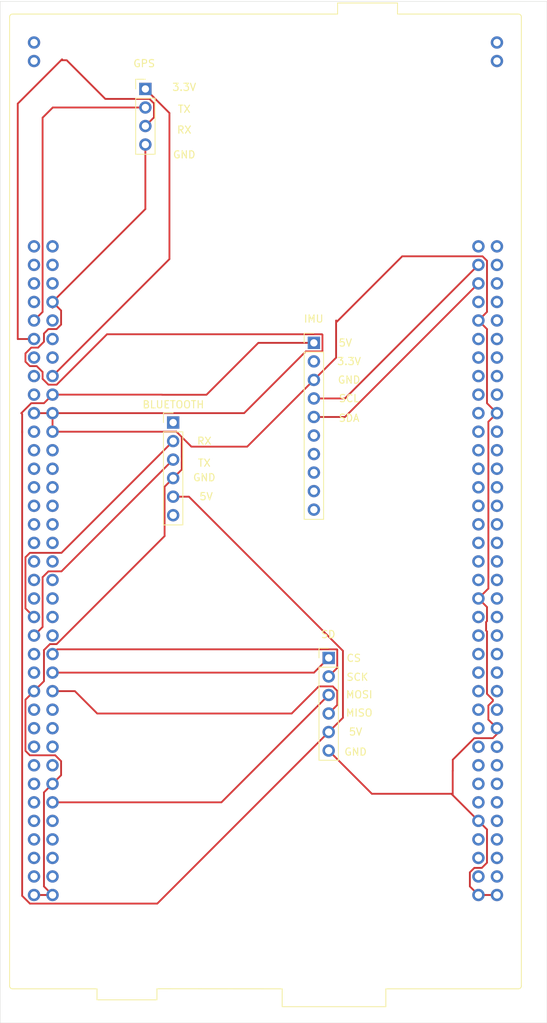
<source format=kicad_pcb>
(kicad_pcb (version 20171130) (host pcbnew 5.1.10-88a1d61d58~90~ubuntu20.04.1)

  (general
    (thickness 1.6)
    (drawings 25)
    (tracks 168)
    (zones 0)
    (modules 5)
    (nets 139)
  )

  (page A4)
  (layers
    (0 F.Cu signal)
    (31 B.Cu signal)
    (32 B.Adhes user)
    (33 F.Adhes user)
    (34 B.Paste user)
    (35 F.Paste user)
    (36 B.SilkS user)
    (37 F.SilkS user)
    (38 B.Mask user)
    (39 F.Mask user)
    (40 Dwgs.User user)
    (41 Cmts.User user)
    (42 Eco1.User user)
    (43 Eco2.User user)
    (44 Edge.Cuts user)
    (45 Margin user)
    (46 B.CrtYd user)
    (47 F.CrtYd user)
    (48 B.Fab user)
    (49 F.Fab user hide)
  )

  (setup
    (last_trace_width 0.25)
    (trace_clearance 0.2)
    (zone_clearance 0.508)
    (zone_45_only no)
    (trace_min 0.2)
    (via_size 0.8)
    (via_drill 0.4)
    (via_min_size 0.4)
    (via_min_drill 0.3)
    (uvia_size 0.3)
    (uvia_drill 0.1)
    (uvias_allowed no)
    (uvia_min_size 0.2)
    (uvia_min_drill 0.1)
    (edge_width 0.05)
    (segment_width 0.2)
    (pcb_text_width 0.3)
    (pcb_text_size 1.5 1.5)
    (mod_edge_width 0.12)
    (mod_text_size 1 1)
    (mod_text_width 0.15)
    (pad_size 1.524 1.524)
    (pad_drill 0.762)
    (pad_to_mask_clearance 0)
    (aux_axis_origin 0 0)
    (visible_elements FFFFFF7F)
    (pcbplotparams
      (layerselection 0x010fc_ffffffff)
      (usegerberextensions false)
      (usegerberattributes true)
      (usegerberadvancedattributes true)
      (creategerberjobfile true)
      (excludeedgelayer true)
      (linewidth 0.100000)
      (plotframeref false)
      (viasonmask false)
      (mode 1)
      (useauxorigin false)
      (hpglpennumber 1)
      (hpglpenspeed 20)
      (hpglpendiameter 15.000000)
      (psnegative false)
      (psa4output false)
      (plotreference true)
      (plotvalue true)
      (plotinvisibletext false)
      (padsonsilk false)
      (subtractmaskfromsilk false)
      (outputformat 1)
      (mirror false)
      (drillshape 0)
      (scaleselection 1)
      (outputdirectory "assembly/"))
  )

  (net 0 "")
  (net 1 +5V)
  (net 2 GND)
  (net 3 GY80_I2C_SCL)
  (net 4 GY80_I2C_SDA)
  (net 5 "Net-(J1-Pad6)")
  (net 6 "Net-(J1-Pad7)")
  (net 7 "Net-(J1-Pad8)")
  (net 8 "Net-(J1-Pad9)")
  (net 9 "Net-(J1-Pad10)")
  (net 10 +3V3)
  (net 11 GPS_UART_TX)
  (net 12 GPS_UART_RX)
  (net 13 "Net-(J3-Pad1)")
  (net 14 HC05_UART_RX)
  (net 15 HC05_UART_TX)
  (net 16 "Net-(J3-Pad6)")
  (net 17 SD_SPI_MISO)
  (net 18 SD_SPI_MOSI)
  (net 19 SD_SPI_SCK)
  (net 20 SD_SPI_CS)
  (net 21 "Net-(U1-Pad142)")
  (net 22 "Net-(U1-Pad141)")
  (net 23 "Net-(U1-Pad140)")
  (net 24 "Net-(U1-Pad139)")
  (net 25 "Net-(U1-Pad138)")
  (net 26 "Net-(U1-Pad137)")
  (net 27 "Net-(U1-Pad136)")
  (net 28 "Net-(U1-Pad134)")
  (net 29 "Net-(U1-Pad133)")
  (net 30 "Net-(U1-Pad132)")
  (net 31 "Net-(U1-Pad131)")
  (net 32 "Net-(U1-Pad130)")
  (net 33 "Net-(U1-Pad129)")
  (net 34 "Net-(U1-Pad128)")
  (net 35 "Net-(U1-Pad127)")
  (net 36 "Net-(U1-Pad125)")
  (net 37 "Net-(U1-Pad124)")
  (net 38 "Net-(U1-Pad123)")
  (net 39 "Net-(U1-Pad122)")
  (net 40 "Net-(U1-Pad121)")
  (net 41 "Net-(U1-Pad120)")
  (net 42 "Net-(U1-Pad119)")
  (net 43 "Net-(U1-Pad118)")
  (net 44 "Net-(U1-Pad117)")
  (net 45 "Net-(U1-Pad116)")
  (net 46 "Net-(U1-Pad115)")
  (net 47 "Net-(U1-Pad114)")
  (net 48 "Net-(U1-Pad113)")
  (net 49 "Net-(U1-Pad112)")
  (net 50 "Net-(U1-Pad110)")
  (net 51 "Net-(U1-Pad109)")
  (net 52 "Net-(U1-Pad108)")
  (net 53 "Net-(U1-Pad107)")
  (net 54 "Net-(U1-Pad106)")
  (net 55 "Net-(U1-Pad105)")
  (net 56 "Net-(U1-Pad104)")
  (net 57 "Net-(U1-Pad103)")
  (net 58 "Net-(U1-Pad102)")
  (net 59 "Net-(U1-Pad101)")
  (net 60 "Net-(U1-Pad100)")
  (net 61 "Net-(U1-Pad99)")
  (net 62 "Net-(U1-Pad98)")
  (net 63 "Net-(U1-Pad97)")
  (net 64 "Net-(U1-Pad96)")
  (net 65 "Net-(U1-Pad95)")
  (net 66 "Net-(U1-Pad94)")
  (net 67 "Net-(U1-Pad93)")
  (net 68 "Net-(U1-Pad91)")
  (net 69 "Net-(U1-Pad90)")
  (net 70 "Net-(U1-Pad89)")
  (net 71 "Net-(U1-Pad88)")
  (net 72 "Net-(U1-Pad87)")
  (net 73 "Net-(U1-Pad86)")
  (net 74 "Net-(U1-Pad85)")
  (net 75 "Net-(U1-Pad84)")
  (net 76 "Net-(U1-Pad83)")
  (net 77 "Net-(U1-Pad82)")
  (net 78 "Net-(U1-Pad80)")
  (net 79 "Net-(U1-Pad79)")
  (net 80 "Net-(U1-Pad78)")
  (net 81 "Net-(U1-Pad76)")
  (net 82 "Net-(U1-Pad74)")
  (net 83 "Net-(U1-Pad73)")
  (net 84 "Net-(U1-Pad70)")
  (net 85 "Net-(U1-Pad69)")
  (net 86 "Net-(U1-Pad68)")
  (net 87 "Net-(U1-Pad67)")
  (net 88 "Net-(U1-Pad66)")
  (net 89 "Net-(U1-Pad65)")
  (net 90 "Net-(U1-Pad64)")
  (net 91 "Net-(U1-Pad63)")
  (net 92 "Net-(U1-Pad61)")
  (net 93 "Net-(U1-Pad59)")
  (net 94 "Net-(U1-Pad58)")
  (net 95 "Net-(U1-Pad57)")
  (net 96 "Net-(U1-Pad56)")
  (net 97 "Net-(U1-Pad55)")
  (net 98 "Net-(U1-Pad54)")
  (net 99 "Net-(U1-Pad53)")
  (net 100 "Net-(U1-Pad52)")
  (net 101 "Net-(U1-Pad51)")
  (net 102 "Net-(U1-Pad47)")
  (net 103 "Net-(U1-Pad45)")
  (net 104 "Net-(U1-Pad44)")
  (net 105 "Net-(U1-Pad42)")
  (net 106 "Net-(U1-Pad40)")
  (net 107 "Net-(U1-Pad39)")
  (net 108 "Net-(U1-Pad38)")
  (net 109 "Net-(U1-Pad37)")
  (net 110 "Net-(U1-Pad36)")
  (net 111 "Net-(U1-Pad35)")
  (net 112 "Net-(U1-Pad34)")
  (net 113 "Net-(U1-Pad33)")
  (net 114 "Net-(U1-Pad32)")
  (net 115 "Net-(U1-Pad31)")
  (net 116 "Net-(U1-Pad30)")
  (net 117 "Net-(U1-Pad29)")
  (net 118 "Net-(U1-Pad28)")
  (net 119 "Net-(U1-Pad27)")
  (net 120 "Net-(U1-Pad26)")
  (net 121 "Net-(U1-Pad25)")
  (net 122 "Net-(U1-Pad24)")
  (net 123 "Net-(U1-Pad23)")
  (net 124 "Net-(U1-Pad21)")
  (net 125 "Net-(U1-Pad17)")
  (net 126 "Net-(U1-Pad15)")
  (net 127 "Net-(U1-Pad14)")
  (net 128 "Net-(U1-Pad13)")
  (net 129 "Net-(U1-Pad12)")
  (net 130 "Net-(U1-Pad10)")
  (net 131 "Net-(U1-Pad7)")
  (net 132 "Net-(U1-Pad6)")
  (net 133 "Net-(U1-Pad5)")
  (net 134 "Net-(U1-Pad4)")
  (net 135 "Net-(U1-Pad3)")
  (net 136 "Net-(U1-Pad2)")
  (net 137 "Net-(U1-Pad1)")
  (net 138 "Net-(J1-Pad2)")

  (net_class Default "This is the default net class."
    (clearance 0.2)
    (trace_width 0.25)
    (via_dia 0.8)
    (via_drill 0.4)
    (uvia_dia 0.3)
    (uvia_drill 0.1)
    (add_net +3V3)
    (add_net +5V)
    (add_net GND)
    (add_net GPS_UART_RX)
    (add_net GPS_UART_TX)
    (add_net GY80_I2C_SCL)
    (add_net GY80_I2C_SDA)
    (add_net HC05_UART_RX)
    (add_net HC05_UART_TX)
    (add_net "Net-(J1-Pad10)")
    (add_net "Net-(J1-Pad2)")
    (add_net "Net-(J1-Pad6)")
    (add_net "Net-(J1-Pad7)")
    (add_net "Net-(J1-Pad8)")
    (add_net "Net-(J1-Pad9)")
    (add_net "Net-(J3-Pad1)")
    (add_net "Net-(J3-Pad6)")
    (add_net "Net-(U1-Pad1)")
    (add_net "Net-(U1-Pad10)")
    (add_net "Net-(U1-Pad100)")
    (add_net "Net-(U1-Pad101)")
    (add_net "Net-(U1-Pad102)")
    (add_net "Net-(U1-Pad103)")
    (add_net "Net-(U1-Pad104)")
    (add_net "Net-(U1-Pad105)")
    (add_net "Net-(U1-Pad106)")
    (add_net "Net-(U1-Pad107)")
    (add_net "Net-(U1-Pad108)")
    (add_net "Net-(U1-Pad109)")
    (add_net "Net-(U1-Pad110)")
    (add_net "Net-(U1-Pad112)")
    (add_net "Net-(U1-Pad113)")
    (add_net "Net-(U1-Pad114)")
    (add_net "Net-(U1-Pad115)")
    (add_net "Net-(U1-Pad116)")
    (add_net "Net-(U1-Pad117)")
    (add_net "Net-(U1-Pad118)")
    (add_net "Net-(U1-Pad119)")
    (add_net "Net-(U1-Pad12)")
    (add_net "Net-(U1-Pad120)")
    (add_net "Net-(U1-Pad121)")
    (add_net "Net-(U1-Pad122)")
    (add_net "Net-(U1-Pad123)")
    (add_net "Net-(U1-Pad124)")
    (add_net "Net-(U1-Pad125)")
    (add_net "Net-(U1-Pad127)")
    (add_net "Net-(U1-Pad128)")
    (add_net "Net-(U1-Pad129)")
    (add_net "Net-(U1-Pad13)")
    (add_net "Net-(U1-Pad130)")
    (add_net "Net-(U1-Pad131)")
    (add_net "Net-(U1-Pad132)")
    (add_net "Net-(U1-Pad133)")
    (add_net "Net-(U1-Pad134)")
    (add_net "Net-(U1-Pad136)")
    (add_net "Net-(U1-Pad137)")
    (add_net "Net-(U1-Pad138)")
    (add_net "Net-(U1-Pad139)")
    (add_net "Net-(U1-Pad14)")
    (add_net "Net-(U1-Pad140)")
    (add_net "Net-(U1-Pad141)")
    (add_net "Net-(U1-Pad142)")
    (add_net "Net-(U1-Pad15)")
    (add_net "Net-(U1-Pad17)")
    (add_net "Net-(U1-Pad2)")
    (add_net "Net-(U1-Pad21)")
    (add_net "Net-(U1-Pad23)")
    (add_net "Net-(U1-Pad24)")
    (add_net "Net-(U1-Pad25)")
    (add_net "Net-(U1-Pad26)")
    (add_net "Net-(U1-Pad27)")
    (add_net "Net-(U1-Pad28)")
    (add_net "Net-(U1-Pad29)")
    (add_net "Net-(U1-Pad3)")
    (add_net "Net-(U1-Pad30)")
    (add_net "Net-(U1-Pad31)")
    (add_net "Net-(U1-Pad32)")
    (add_net "Net-(U1-Pad33)")
    (add_net "Net-(U1-Pad34)")
    (add_net "Net-(U1-Pad35)")
    (add_net "Net-(U1-Pad36)")
    (add_net "Net-(U1-Pad37)")
    (add_net "Net-(U1-Pad38)")
    (add_net "Net-(U1-Pad39)")
    (add_net "Net-(U1-Pad4)")
    (add_net "Net-(U1-Pad40)")
    (add_net "Net-(U1-Pad42)")
    (add_net "Net-(U1-Pad44)")
    (add_net "Net-(U1-Pad45)")
    (add_net "Net-(U1-Pad47)")
    (add_net "Net-(U1-Pad5)")
    (add_net "Net-(U1-Pad51)")
    (add_net "Net-(U1-Pad52)")
    (add_net "Net-(U1-Pad53)")
    (add_net "Net-(U1-Pad54)")
    (add_net "Net-(U1-Pad55)")
    (add_net "Net-(U1-Pad56)")
    (add_net "Net-(U1-Pad57)")
    (add_net "Net-(U1-Pad58)")
    (add_net "Net-(U1-Pad59)")
    (add_net "Net-(U1-Pad6)")
    (add_net "Net-(U1-Pad61)")
    (add_net "Net-(U1-Pad63)")
    (add_net "Net-(U1-Pad64)")
    (add_net "Net-(U1-Pad65)")
    (add_net "Net-(U1-Pad66)")
    (add_net "Net-(U1-Pad67)")
    (add_net "Net-(U1-Pad68)")
    (add_net "Net-(U1-Pad69)")
    (add_net "Net-(U1-Pad7)")
    (add_net "Net-(U1-Pad70)")
    (add_net "Net-(U1-Pad73)")
    (add_net "Net-(U1-Pad74)")
    (add_net "Net-(U1-Pad76)")
    (add_net "Net-(U1-Pad78)")
    (add_net "Net-(U1-Pad79)")
    (add_net "Net-(U1-Pad80)")
    (add_net "Net-(U1-Pad82)")
    (add_net "Net-(U1-Pad83)")
    (add_net "Net-(U1-Pad84)")
    (add_net "Net-(U1-Pad85)")
    (add_net "Net-(U1-Pad86)")
    (add_net "Net-(U1-Pad87)")
    (add_net "Net-(U1-Pad88)")
    (add_net "Net-(U1-Pad89)")
    (add_net "Net-(U1-Pad90)")
    (add_net "Net-(U1-Pad91)")
    (add_net "Net-(U1-Pad93)")
    (add_net "Net-(U1-Pad94)")
    (add_net "Net-(U1-Pad95)")
    (add_net "Net-(U1-Pad96)")
    (add_net "Net-(U1-Pad97)")
    (add_net "Net-(U1-Pad98)")
    (add_net "Net-(U1-Pad99)")
    (add_net SD_SPI_CS)
    (add_net SD_SPI_MISO)
    (add_net SD_SPI_MOSI)
    (add_net SD_SPI_SCK)
  )

  (module Module:ST_Morpho_Connector_144_STLink_MountingHoles (layer F.Cu) (tedit 58EF3EDE) (tstamp 61838B64)
    (at 74.641001 68.563001)
    (descr "ST Morpho Connector 144 With STLink")
    (tags "ST Morpho Connector 144 STLink")
    (path /61831E77)
    (fp_text reference U1 (at 31.75 -36.83) (layer F.Fab)
      (effects (font (size 1 1) (thickness 0.15)))
    )
    (fp_text value NUCLEO144-F746ZG (at 33.858999 -30.463001) (layer F.Fab)
      (effects (font (size 1 1) (thickness 0.15)))
    )
    (fp_line (start 41.25 -32.24) (end -3.75 -32.24) (layer F.CrtYd) (width 0.05))
    (fp_line (start 41.25 -32.24) (end 41.25 -33.74) (layer F.CrtYd) (width 0.05))
    (fp_line (start 50.25 -32.24) (end 50.25 -33.74) (layer F.CrtYd) (width 0.05))
    (fp_line (start 41.25 -33.74) (end 50.25 -33.74) (layer F.CrtYd) (width 0.05))
    (fp_line (start 17.25 102.16) (end 33.66 102.16) (layer F.CrtYd) (width 0.05))
    (fp_line (start 8.25 102.16) (end 8.25 103.67) (layer F.CrtYd) (width 0.05))
    (fp_line (start 17.25 102.16) (end 17.25 103.67) (layer F.CrtYd) (width 0.05))
    (fp_line (start 8.25 103.67) (end 17.25 103.67) (layer F.CrtYd) (width 0.05))
    (fp_line (start 41.75 -27.74) (end 41.75 -33.24) (layer F.Fab) (width 0.12))
    (fp_line (start 49.86 -31.84) (end 66.45 -31.84) (layer F.SilkS) (width 0.12))
    (fp_line (start 49.86 -33.35) (end 49.86 -31.84) (layer F.SilkS) (width 0.12))
    (fp_line (start 41.64 -33.35) (end 49.86 -33.35) (layer F.SilkS) (width 0.12))
    (fp_line (start 41.64 -31.84) (end 41.64 -33.35) (layer F.SilkS) (width 0.12))
    (fp_line (start 16.86 103.27) (end 16.86 101.75) (layer F.SilkS) (width 0.12))
    (fp_line (start 8.64 103.27) (end 16.86 103.27) (layer F.SilkS) (width 0.12))
    (fp_line (start 8.64 101.76) (end 8.64 103.27) (layer F.SilkS) (width 0.12))
    (fp_line (start 34.04 101.76) (end 16.86 101.75) (layer F.SilkS) (width 0.12))
    (fp_line (start 8.75 103.16) (end 8.75 97.65) (layer F.Fab) (width 0.12))
    (fp_line (start 8.75 97.66) (end 16.75 97.66) (layer F.Fab) (width 0.12))
    (fp_line (start 8.75 103.16) (end 16.75 103.16) (layer F.Fab) (width 0.12))
    (fp_line (start 16.75 97.66) (end 16.75 103.16) (layer F.Fab) (width 0.12))
    (fp_line (start 49.75 -33.24) (end 49.75 -27.74) (layer F.Fab) (width 0.12))
    (fp_line (start 41.75 -33.24) (end 49.75 -33.24) (layer F.Fab) (width 0.12))
    (fp_line (start 41.75 -27.74) (end 49.75 -27.74) (layer F.Fab) (width 0.12))
    (fp_line (start -3.75 102.16) (end 8.25 102.16) (layer F.CrtYd) (width 0.05))
    (fp_line (start 33.66 104.6) (end 33.66 102.16) (layer F.CrtYd) (width 0.05))
    (fp_line (start 33.66 104.6) (end 48.65 104.6) (layer F.CrtYd) (width 0.05))
    (fp_line (start 48.65 102.16) (end 48.65 104.6) (layer F.CrtYd) (width 0.05))
    (fp_line (start 48.15 104.1) (end 48.15 92.1) (layer F.Fab) (width 0.12))
    (fp_line (start 34.15 104.1) (end 34.15 92.1) (layer F.Fab) (width 0.12))
    (fp_line (start 8.64 101.76) (end -2.95 101.76) (layer F.SilkS) (width 0.12))
    (fp_line (start 34.04 104.21) (end 34.04 101.76) (layer F.SilkS) (width 0.12))
    (fp_line (start 48.26 104.21) (end 34.04 104.21) (layer F.SilkS) (width 0.12))
    (fp_line (start 48.26 101.76) (end 48.26 104.21) (layer F.SilkS) (width 0.12))
    (fp_line (start 34.15 92.1) (end 48.15 92.1) (layer F.Fab) (width 0.12))
    (fp_line (start 34.15 104.1) (end 48.15 104.1) (layer F.Fab) (width 0.12))
    (fp_line (start 67.25 102.16) (end 48.65 102.16) (layer F.CrtYd) (width 0.05))
    (fp_line (start 67.25 102.16) (end 67.25 -32.24) (layer F.CrtYd) (width 0.05))
    (fp_line (start -3.75 -32.24) (end -3.75 102.16) (layer F.CrtYd) (width 0.05))
    (fp_line (start 50.25 -32.24) (end 67.25 -32.24) (layer F.CrtYd) (width 0.05))
    (fp_line (start -3.35 -31.44) (end -3.35 101.36) (layer F.SilkS) (width 0.12))
    (fp_line (start 41.64 -31.84) (end -2.95 -31.84) (layer F.SilkS) (width 0.12))
    (fp_line (start 66.85 101.36) (end 66.85 -31.44) (layer F.SilkS) (width 0.12))
    (fp_line (start 48.26 101.76) (end 66.45 101.76) (layer F.SilkS) (width 0.12))
    (fp_line (start 66.45 -31.74) (end -2.95 -31.74) (layer F.Fab) (width 0.1))
    (fp_line (start 66.75 101.36) (end 66.75 -31.44) (layer F.Fab) (width 0.1))
    (fp_line (start -3.25 101.36) (end -3.25 -31.44) (layer F.Fab) (width 0.1))
    (fp_line (start 66.45 101.66) (end -2.95 101.66) (layer F.Fab) (width 0.1))
    (fp_text user %R (at 31.75 34.96) (layer F.Fab)
      (effects (font (size 1 1) (thickness 0.15)))
    )
    (fp_arc (start 66.45 101.36) (end 66.85 101.36) (angle 90) (layer F.SilkS) (width 0.12))
    (fp_arc (start -2.95 101.36) (end -2.95 101.76) (angle 90) (layer F.SilkS) (width 0.12))
    (fp_arc (start -2.95 -31.44) (end -3.35 -31.44) (angle 90) (layer F.SilkS) (width 0.12))
    (fp_arc (start 66.45 -31.44) (end 66.45 -31.84) (angle 90) (layer F.SilkS) (width 0.12))
    (fp_arc (start 66.45 -31.44) (end 66.45 -31.74) (angle 90) (layer F.Fab) (width 0.1))
    (fp_arc (start -2.95 -31.44) (end -3.25 -31.44) (angle 90) (layer F.Fab) (width 0.1))
    (fp_arc (start 66.45 101.36) (end 66.75 101.36) (angle 90) (layer F.Fab) (width 0.1))
    (fp_arc (start -2.95 101.36) (end -2.95 101.66) (angle 90) (layer F.Fab) (width 0.1))
    (pad "" np_thru_hole circle (at 40.55 48.3) (size 3 3) (drill 3) (layers *.Cu *.Mask))
    (pad "" np_thru_hole circle (at 55.9 -2.5) (size 3 3) (drill 3) (layers *.Cu *.Mask))
    (pad "" np_thru_hole circle (at 7.62 -3.81) (size 3 3) (drill 3) (layers *.Cu *.Mask))
    (pad "" np_thru_hole circle (at 8.89 72.39) (size 3 3) (drill 3) (layers *.Cu *.Mask))
    (pad "" np_thru_hole circle (at 54.6 72.4) (size 3 3) (drill 3) (layers *.Cu *.Mask))
    (pad 148 thru_hole circle (at 63.5 -25.4) (size 1.7 1.7) (drill 1) (layers *.Cu *.Mask))
    (pad 147 thru_hole circle (at 63.5 -27.94) (size 1.7 1.7) (drill 1) (layers *.Cu *.Mask))
    (pad 146 thru_hole circle (at 0 -25.4) (size 1.7 1.7) (drill 1) (layers *.Cu *.Mask))
    (pad 145 thru_hole circle (at 0 -27.94) (size 1.7 1.7) (drill 1) (layers *.Cu *.Mask))
    (pad 144 thru_hole circle (at 63.5 88.9) (size 1.7 1.7) (drill 1) (layers *.Cu *.Mask)
      (net 2 GND))
    (pad 143 thru_hole circle (at 60.96 88.9) (size 1.7 1.7) (drill 1) (layers *.Cu *.Mask)
      (net 2 GND))
    (pad 142 thru_hole circle (at 63.5 86.36) (size 1.7 1.7) (drill 1) (layers *.Cu *.Mask)
      (net 21 "Net-(U1-Pad142)"))
    (pad 141 thru_hole circle (at 60.96 86.36) (size 1.7 1.7) (drill 1) (layers *.Cu *.Mask)
      (net 22 "Net-(U1-Pad141)"))
    (pad 140 thru_hole circle (at 63.5 83.82) (size 1.7 1.7) (drill 1) (layers *.Cu *.Mask)
      (net 23 "Net-(U1-Pad140)"))
    (pad 139 thru_hole circle (at 60.96 83.82) (size 1.7 1.7) (drill 1) (layers *.Cu *.Mask)
      (net 24 "Net-(U1-Pad139)"))
    (pad 138 thru_hole circle (at 63.5 81.28) (size 1.7 1.7) (drill 1) (layers *.Cu *.Mask)
      (net 25 "Net-(U1-Pad138)"))
    (pad 137 thru_hole circle (at 60.96 81.28) (size 1.7 1.7) (drill 1) (layers *.Cu *.Mask)
      (net 26 "Net-(U1-Pad137)"))
    (pad 136 thru_hole circle (at 63.5 78.74) (size 1.7 1.7) (drill 1) (layers *.Cu *.Mask)
      (net 27 "Net-(U1-Pad136)"))
    (pad 135 thru_hole circle (at 60.96 78.74) (size 1.7 1.7) (drill 1) (layers *.Cu *.Mask)
      (net 2 GND))
    (pad 134 thru_hole circle (at 63.5 76.2) (size 1.7 1.7) (drill 1) (layers *.Cu *.Mask)
      (net 28 "Net-(U1-Pad134)"))
    (pad 133 thru_hole circle (at 60.96 76.2) (size 1.7 1.7) (drill 1) (layers *.Cu *.Mask)
      (net 29 "Net-(U1-Pad133)"))
    (pad 132 thru_hole circle (at 63.5 73.66) (size 1.7 1.7) (drill 1) (layers *.Cu *.Mask)
      (net 30 "Net-(U1-Pad132)"))
    (pad 131 thru_hole circle (at 60.96 73.66) (size 1.7 1.7) (drill 1) (layers *.Cu *.Mask)
      (net 31 "Net-(U1-Pad131)"))
    (pad 130 thru_hole circle (at 63.5 71.12) (size 1.7 1.7) (drill 1) (layers *.Cu *.Mask)
      (net 32 "Net-(U1-Pad130)"))
    (pad 129 thru_hole circle (at 60.96 71.12) (size 1.7 1.7) (drill 1) (layers *.Cu *.Mask)
      (net 33 "Net-(U1-Pad129)"))
    (pad 128 thru_hole circle (at 63.5 68.58) (size 1.7 1.7) (drill 1) (layers *.Cu *.Mask)
      (net 34 "Net-(U1-Pad128)"))
    (pad 127 thru_hole circle (at 60.96 68.58) (size 1.7 1.7) (drill 1) (layers *.Cu *.Mask)
      (net 35 "Net-(U1-Pad127)"))
    (pad 126 thru_hole circle (at 63.5 66.04) (size 1.7 1.7) (drill 1) (layers *.Cu *.Mask)
      (net 2 GND))
    (pad 125 thru_hole circle (at 60.96 66.04) (size 1.7 1.7) (drill 1) (layers *.Cu *.Mask)
      (net 36 "Net-(U1-Pad125)"))
    (pad 124 thru_hole circle (at 63.5 63.5) (size 1.7 1.7) (drill 1) (layers *.Cu *.Mask)
      (net 37 "Net-(U1-Pad124)"))
    (pad 123 thru_hole circle (at 60.96 63.5) (size 1.7 1.7) (drill 1) (layers *.Cu *.Mask)
      (net 38 "Net-(U1-Pad123)"))
    (pad 122 thru_hole circle (at 63.5 60.96) (size 1.7 1.7) (drill 1) (layers *.Cu *.Mask)
      (net 39 "Net-(U1-Pad122)"))
    (pad 121 thru_hole circle (at 60.96 60.96) (size 1.7 1.7) (drill 1) (layers *.Cu *.Mask)
      (net 40 "Net-(U1-Pad121)"))
    (pad 120 thru_hole circle (at 63.5 58.42) (size 1.7 1.7) (drill 1) (layers *.Cu *.Mask)
      (net 41 "Net-(U1-Pad120)"))
    (pad 119 thru_hole circle (at 60.96 58.42) (size 1.7 1.7) (drill 1) (layers *.Cu *.Mask)
      (net 42 "Net-(U1-Pad119)"))
    (pad 118 thru_hole circle (at 63.5 55.88) (size 1.7 1.7) (drill 1) (layers *.Cu *.Mask)
      (net 43 "Net-(U1-Pad118)"))
    (pad 117 thru_hole circle (at 60.96 55.88) (size 1.7 1.7) (drill 1) (layers *.Cu *.Mask)
      (net 44 "Net-(U1-Pad117)"))
    (pad 116 thru_hole circle (at 63.5 53.34) (size 1.7 1.7) (drill 1) (layers *.Cu *.Mask)
      (net 45 "Net-(U1-Pad116)"))
    (pad 115 thru_hole circle (at 60.96 53.34) (size 1.7 1.7) (drill 1) (layers *.Cu *.Mask)
      (net 46 "Net-(U1-Pad115)"))
    (pad 114 thru_hole circle (at 63.5 50.8) (size 1.7 1.7) (drill 1) (layers *.Cu *.Mask)
      (net 47 "Net-(U1-Pad114)"))
    (pad 113 thru_hole circle (at 60.96 50.8) (size 1.7 1.7) (drill 1) (layers *.Cu *.Mask)
      (net 48 "Net-(U1-Pad113)"))
    (pad 112 thru_hole circle (at 63.5 48.26) (size 1.7 1.7) (drill 1) (layers *.Cu *.Mask)
      (net 49 "Net-(U1-Pad112)"))
    (pad 111 thru_hole circle (at 60.96 48.26) (size 1.7 1.7) (drill 1) (layers *.Cu *.Mask)
      (net 2 GND))
    (pad 110 thru_hole circle (at 63.5 45.72) (size 1.7 1.7) (drill 1) (layers *.Cu *.Mask)
      (net 50 "Net-(U1-Pad110)"))
    (pad 109 thru_hole circle (at 60.96 45.72) (size 1.7 1.7) (drill 1) (layers *.Cu *.Mask)
      (net 51 "Net-(U1-Pad109)"))
    (pad 108 thru_hole circle (at 63.5 43.18) (size 1.7 1.7) (drill 1) (layers *.Cu *.Mask)
      (net 52 "Net-(U1-Pad108)"))
    (pad 107 thru_hole circle (at 60.96 43.18) (size 1.7 1.7) (drill 1) (layers *.Cu *.Mask)
      (net 53 "Net-(U1-Pad107)"))
    (pad 106 thru_hole circle (at 63.5 40.64) (size 1.7 1.7) (drill 1) (layers *.Cu *.Mask)
      (net 54 "Net-(U1-Pad106)"))
    (pad 105 thru_hole circle (at 60.96 40.64) (size 1.7 1.7) (drill 1) (layers *.Cu *.Mask)
      (net 55 "Net-(U1-Pad105)"))
    (pad 104 thru_hole circle (at 63.5 38.1) (size 1.7 1.7) (drill 1) (layers *.Cu *.Mask)
      (net 56 "Net-(U1-Pad104)"))
    (pad 103 thru_hole circle (at 60.96 38.1) (size 1.7 1.7) (drill 1) (layers *.Cu *.Mask)
      (net 57 "Net-(U1-Pad103)"))
    (pad 102 thru_hole circle (at 63.5 35.56) (size 1.7 1.7) (drill 1) (layers *.Cu *.Mask)
      (net 58 "Net-(U1-Pad102)"))
    (pad 101 thru_hole circle (at 60.96 35.56) (size 1.7 1.7) (drill 1) (layers *.Cu *.Mask)
      (net 59 "Net-(U1-Pad101)"))
    (pad 100 thru_hole circle (at 63.5 33.02) (size 1.7 1.7) (drill 1) (layers *.Cu *.Mask)
      (net 60 "Net-(U1-Pad100)"))
    (pad 99 thru_hole circle (at 60.96 33.02) (size 1.7 1.7) (drill 1) (layers *.Cu *.Mask)
      (net 61 "Net-(U1-Pad99)"))
    (pad 98 thru_hole circle (at 63.5 30.48) (size 1.7 1.7) (drill 1) (layers *.Cu *.Mask)
      (net 62 "Net-(U1-Pad98)"))
    (pad 97 thru_hole circle (at 60.96 30.48) (size 1.7 1.7) (drill 1) (layers *.Cu *.Mask)
      (net 63 "Net-(U1-Pad97)"))
    (pad 96 thru_hole circle (at 63.5 27.94) (size 1.7 1.7) (drill 1) (layers *.Cu *.Mask)
      (net 64 "Net-(U1-Pad96)"))
    (pad 95 thru_hole circle (at 60.96 27.94) (size 1.7 1.7) (drill 1) (layers *.Cu *.Mask)
      (net 65 "Net-(U1-Pad95)"))
    (pad 94 thru_hole circle (at 63.5 25.4) (size 1.7 1.7) (drill 1) (layers *.Cu *.Mask)
      (net 66 "Net-(U1-Pad94)"))
    (pad 93 thru_hole circle (at 60.96 25.4) (size 1.7 1.7) (drill 1) (layers *.Cu *.Mask)
      (net 67 "Net-(U1-Pad93)"))
    (pad 92 thru_hole circle (at 63.5 22.86) (size 1.7 1.7) (drill 1) (layers *.Cu *.Mask)
      (net 2 GND))
    (pad 91 thru_hole circle (at 60.96 22.86) (size 1.7 1.7) (drill 1) (layers *.Cu *.Mask)
      (net 68 "Net-(U1-Pad91)"))
    (pad 90 thru_hole circle (at 63.5 20.32) (size 1.7 1.7) (drill 1) (layers *.Cu *.Mask)
      (net 69 "Net-(U1-Pad90)"))
    (pad 89 thru_hole circle (at 60.96 20.32) (size 1.7 1.7) (drill 1) (layers *.Cu *.Mask)
      (net 70 "Net-(U1-Pad89)"))
    (pad 88 thru_hole circle (at 63.5 17.78) (size 1.7 1.7) (drill 1) (layers *.Cu *.Mask)
      (net 71 "Net-(U1-Pad88)"))
    (pad 87 thru_hole circle (at 60.96 17.78) (size 1.7 1.7) (drill 1) (layers *.Cu *.Mask)
      (net 72 "Net-(U1-Pad87)"))
    (pad 86 thru_hole circle (at 63.5 15.24) (size 1.7 1.7) (drill 1) (layers *.Cu *.Mask)
      (net 73 "Net-(U1-Pad86)"))
    (pad 85 thru_hole circle (at 60.96 15.24) (size 1.7 1.7) (drill 1) (layers *.Cu *.Mask)
      (net 74 "Net-(U1-Pad85)"))
    (pad 84 thru_hole circle (at 63.5 12.7) (size 1.7 1.7) (drill 1) (layers *.Cu *.Mask)
      (net 75 "Net-(U1-Pad84)"))
    (pad 83 thru_hole circle (at 60.96 12.7) (size 1.7 1.7) (drill 1) (layers *.Cu *.Mask)
      (net 76 "Net-(U1-Pad83)"))
    (pad 82 thru_hole circle (at 63.5 10.16) (size 1.7 1.7) (drill 1) (layers *.Cu *.Mask)
      (net 77 "Net-(U1-Pad82)"))
    (pad 81 thru_hole circle (at 60.96 10.16) (size 1.7 1.7) (drill 1) (layers *.Cu *.Mask)
      (net 2 GND))
    (pad 80 thru_hole circle (at 63.5 7.62) (size 1.7 1.7) (drill 1) (layers *.Cu *.Mask)
      (net 78 "Net-(U1-Pad80)"))
    (pad 79 thru_hole circle (at 60.96 7.62) (size 1.7 1.7) (drill 1) (layers *.Cu *.Mask)
      (net 79 "Net-(U1-Pad79)"))
    (pad 78 thru_hole circle (at 63.5 5.08) (size 1.7 1.7) (drill 1) (layers *.Cu *.Mask)
      (net 80 "Net-(U1-Pad78)"))
    (pad 77 thru_hole circle (at 60.96 5.08) (size 1.7 1.7) (drill 1) (layers *.Cu *.Mask)
      (net 4 GY80_I2C_SDA))
    (pad 76 thru_hole circle (at 63.5 2.54) (size 1.7 1.7) (drill 1) (layers *.Cu *.Mask)
      (net 81 "Net-(U1-Pad76)"))
    (pad 75 thru_hole circle (at 60.96 2.54) (size 1.7 1.7) (drill 1) (layers *.Cu *.Mask)
      (net 3 GY80_I2C_SCL))
    (pad 74 thru_hole circle (at 63.5 0) (size 1.7 1.7) (drill 1) (layers *.Cu *.Mask)
      (net 82 "Net-(U1-Pad74)"))
    (pad 73 thru_hole circle (at 60.96 0) (size 1.7 1.7) (drill 1) (layers *.Cu *.Mask)
      (net 83 "Net-(U1-Pad73)"))
    (pad 72 thru_hole circle (at 2.54 88.9) (size 1.7 1.7) (drill 1) (layers *.Cu *.Mask)
      (net 2 GND))
    (pad 71 thru_hole circle (at 0 88.9) (size 1.7 1.7) (drill 1) (layers *.Cu *.Mask)
      (net 2 GND))
    (pad 70 thru_hole circle (at 2.54 86.36) (size 1.7 1.7) (drill 1) (layers *.Cu *.Mask)
      (net 84 "Net-(U1-Pad70)"))
    (pad 69 thru_hole circle (at 0 86.36) (size 1.7 1.7) (drill 1) (layers *.Cu *.Mask)
      (net 85 "Net-(U1-Pad69)"))
    (pad 68 thru_hole circle (at 2.54 83.82) (size 1.7 1.7) (drill 1) (layers *.Cu *.Mask)
      (net 86 "Net-(U1-Pad68)"))
    (pad 67 thru_hole circle (at 0 83.82) (size 1.7 1.7) (drill 1) (layers *.Cu *.Mask)
      (net 87 "Net-(U1-Pad67)"))
    (pad 66 thru_hole circle (at 2.54 81.28) (size 1.7 1.7) (drill 1) (layers *.Cu *.Mask)
      (net 88 "Net-(U1-Pad66)"))
    (pad 65 thru_hole circle (at 0 81.28) (size 1.7 1.7) (drill 1) (layers *.Cu *.Mask)
      (net 89 "Net-(U1-Pad65)"))
    (pad 64 thru_hole circle (at 2.54 78.74) (size 1.7 1.7) (drill 1) (layers *.Cu *.Mask)
      (net 90 "Net-(U1-Pad64)"))
    (pad 63 thru_hole circle (at 0 78.74) (size 1.7 1.7) (drill 1) (layers *.Cu *.Mask)
      (net 91 "Net-(U1-Pad63)"))
    (pad 62 thru_hole circle (at 2.54 76.2) (size 1.7 1.7) (drill 1) (layers *.Cu *.Mask)
      (net 18 SD_SPI_MOSI))
    (pad 61 thru_hole circle (at 0 76.2) (size 1.7 1.7) (drill 1) (layers *.Cu *.Mask)
      (net 92 "Net-(U1-Pad61)"))
    (pad 60 thru_hole circle (at 2.54 73.66) (size 1.7 1.7) (drill 1) (layers *.Cu *.Mask)
      (net 2 GND))
    (pad 59 thru_hole circle (at 0 73.66) (size 1.7 1.7) (drill 1) (layers *.Cu *.Mask)
      (net 93 "Net-(U1-Pad59)"))
    (pad 58 thru_hole circle (at 2.54 71.12) (size 1.7 1.7) (drill 1) (layers *.Cu *.Mask)
      (net 94 "Net-(U1-Pad58)"))
    (pad 57 thru_hole circle (at 0 71.12) (size 1.7 1.7) (drill 1) (layers *.Cu *.Mask)
      (net 95 "Net-(U1-Pad57)"))
    (pad 56 thru_hole circle (at 2.54 68.58) (size 1.7 1.7) (drill 1) (layers *.Cu *.Mask)
      (net 96 "Net-(U1-Pad56)"))
    (pad 55 thru_hole circle (at 0 68.58) (size 1.7 1.7) (drill 1) (layers *.Cu *.Mask)
      (net 97 "Net-(U1-Pad55)"))
    (pad 54 thru_hole circle (at 2.54 66.04) (size 1.7 1.7) (drill 1) (layers *.Cu *.Mask)
      (net 98 "Net-(U1-Pad54)"))
    (pad 53 thru_hole circle (at 0 66.04) (size 1.7 1.7) (drill 1) (layers *.Cu *.Mask)
      (net 99 "Net-(U1-Pad53)"))
    (pad 52 thru_hole circle (at 2.54 63.5) (size 1.7 1.7) (drill 1) (layers *.Cu *.Mask)
      (net 100 "Net-(U1-Pad52)"))
    (pad 51 thru_hole circle (at 0 63.5) (size 1.7 1.7) (drill 1) (layers *.Cu *.Mask)
      (net 101 "Net-(U1-Pad51)"))
    (pad 50 thru_hole circle (at 2.54 60.96) (size 1.7 1.7) (drill 1) (layers *.Cu *.Mask)
      (net 17 SD_SPI_MISO))
    (pad 49 thru_hole circle (at 0 60.96) (size 1.7 1.7) (drill 1) (layers *.Cu *.Mask)
      (net 2 GND))
    (pad 48 thru_hole circle (at 2.54 58.42) (size 1.7 1.7) (drill 1) (layers *.Cu *.Mask)
      (net 20 SD_SPI_CS))
    (pad 47 thru_hole circle (at 0 58.42) (size 1.7 1.7) (drill 1) (layers *.Cu *.Mask)
      (net 102 "Net-(U1-Pad47)"))
    (pad 46 thru_hole circle (at 2.54 55.88) (size 1.7 1.7) (drill 1) (layers *.Cu *.Mask)
      (net 19 SD_SPI_SCK))
    (pad 45 thru_hole circle (at 0 55.88) (size 1.7 1.7) (drill 1) (layers *.Cu *.Mask)
      (net 103 "Net-(U1-Pad45)"))
    (pad 44 thru_hole circle (at 2.54 53.34) (size 1.7 1.7) (drill 1) (layers *.Cu *.Mask)
      (net 104 "Net-(U1-Pad44)"))
    (pad 43 thru_hole circle (at 0 53.34) (size 1.7 1.7) (drill 1) (layers *.Cu *.Mask)
      (net 15 HC05_UART_TX))
    (pad 42 thru_hole circle (at 2.54 50.8) (size 1.7 1.7) (drill 1) (layers *.Cu *.Mask)
      (net 105 "Net-(U1-Pad42)"))
    (pad 41 thru_hole circle (at 0 50.8) (size 1.7 1.7) (drill 1) (layers *.Cu *.Mask)
      (net 14 HC05_UART_RX))
    (pad 40 thru_hole circle (at 2.54 48.26) (size 1.7 1.7) (drill 1) (layers *.Cu *.Mask)
      (net 106 "Net-(U1-Pad40)"))
    (pad 39 thru_hole circle (at 0 48.26) (size 1.7 1.7) (drill 1) (layers *.Cu *.Mask)
      (net 107 "Net-(U1-Pad39)"))
    (pad 38 thru_hole circle (at 2.54 45.72) (size 1.7 1.7) (drill 1) (layers *.Cu *.Mask)
      (net 108 "Net-(U1-Pad38)"))
    (pad 37 thru_hole circle (at 0 45.72) (size 1.7 1.7) (drill 1) (layers *.Cu *.Mask)
      (net 109 "Net-(U1-Pad37)"))
    (pad 36 thru_hole circle (at 2.54 43.18) (size 1.7 1.7) (drill 1) (layers *.Cu *.Mask)
      (net 110 "Net-(U1-Pad36)"))
    (pad 35 thru_hole circle (at 0 43.18) (size 1.7 1.7) (drill 1) (layers *.Cu *.Mask)
      (net 111 "Net-(U1-Pad35)"))
    (pad 34 thru_hole circle (at 2.54 40.64) (size 1.7 1.7) (drill 1) (layers *.Cu *.Mask)
      (net 112 "Net-(U1-Pad34)"))
    (pad 33 thru_hole circle (at 0 40.64) (size 1.7 1.7) (drill 1) (layers *.Cu *.Mask)
      (net 113 "Net-(U1-Pad33)"))
    (pad 32 thru_hole circle (at 2.54 38.1) (size 1.7 1.7) (drill 1) (layers *.Cu *.Mask)
      (net 114 "Net-(U1-Pad32)"))
    (pad 31 thru_hole circle (at 0 38.1) (size 1.7 1.7) (drill 1) (layers *.Cu *.Mask)
      (net 115 "Net-(U1-Pad31)"))
    (pad 30 thru_hole circle (at 2.54 35.56) (size 1.7 1.7) (drill 1) (layers *.Cu *.Mask)
      (net 116 "Net-(U1-Pad30)"))
    (pad 29 thru_hole circle (at 0 35.56) (size 1.7 1.7) (drill 1) (layers *.Cu *.Mask)
      (net 117 "Net-(U1-Pad29)"))
    (pad 28 thru_hole circle (at 2.54 33.02) (size 1.7 1.7) (drill 1) (layers *.Cu *.Mask)
      (net 118 "Net-(U1-Pad28)"))
    (pad 27 thru_hole circle (at 0 33.02) (size 1.7 1.7) (drill 1) (layers *.Cu *.Mask)
      (net 119 "Net-(U1-Pad27)"))
    (pad 26 thru_hole circle (at 2.54 30.48) (size 1.7 1.7) (drill 1) (layers *.Cu *.Mask)
      (net 120 "Net-(U1-Pad26)"))
    (pad 25 thru_hole circle (at 0 30.48) (size 1.7 1.7) (drill 1) (layers *.Cu *.Mask)
      (net 121 "Net-(U1-Pad25)"))
    (pad 24 thru_hole circle (at 2.54 27.94) (size 1.7 1.7) (drill 1) (layers *.Cu *.Mask)
      (net 122 "Net-(U1-Pad24)"))
    (pad 23 thru_hole circle (at 0 27.94) (size 1.7 1.7) (drill 1) (layers *.Cu *.Mask)
      (net 123 "Net-(U1-Pad23)"))
    (pad 22 thru_hole circle (at 2.54 25.4) (size 1.7 1.7) (drill 1) (layers *.Cu *.Mask)
      (net 2 GND))
    (pad 21 thru_hole circle (at 0 25.4) (size 1.7 1.7) (drill 1) (layers *.Cu *.Mask)
      (net 124 "Net-(U1-Pad21)"))
    (pad 20 thru_hole circle (at 2.54 22.86) (size 1.7 1.7) (drill 1) (layers *.Cu *.Mask)
      (net 2 GND))
    (pad 19 thru_hole circle (at 0 22.86) (size 1.7 1.7) (drill 1) (layers *.Cu *.Mask)
      (net 2 GND))
    (pad 18 thru_hole circle (at 2.54 20.32) (size 1.7 1.7) (drill 1) (layers *.Cu *.Mask)
      (net 1 +5V))
    (pad 17 thru_hole circle (at 0 20.32) (size 1.7 1.7) (drill 1) (layers *.Cu *.Mask)
      (net 125 "Net-(U1-Pad17)"))
    (pad 16 thru_hole circle (at 2.54 17.78) (size 1.7 1.7) (drill 1) (layers *.Cu *.Mask)
      (net 10 +3V3))
    (pad 15 thru_hole circle (at 0 17.78) (size 1.7 1.7) (drill 1) (layers *.Cu *.Mask)
      (net 126 "Net-(U1-Pad15)"))
    (pad 14 thru_hole circle (at 2.54 15.24) (size 1.7 1.7) (drill 1) (layers *.Cu *.Mask)
      (net 127 "Net-(U1-Pad14)"))
    (pad 13 thru_hole circle (at 0 15.24) (size 1.7 1.7) (drill 1) (layers *.Cu *.Mask)
      (net 128 "Net-(U1-Pad13)"))
    (pad 12 thru_hole circle (at 2.54 12.7) (size 1.7 1.7) (drill 1) (layers *.Cu *.Mask)
      (net 129 "Net-(U1-Pad12)"))
    (pad 11 thru_hole circle (at 0 12.7) (size 1.7 1.7) (drill 1) (layers *.Cu *.Mask)
      (net 12 GPS_UART_RX))
    (pad 10 thru_hole circle (at 2.54 10.16) (size 1.7 1.7) (drill 1) (layers *.Cu *.Mask)
      (net 130 "Net-(U1-Pad10)"))
    (pad 9 thru_hole circle (at 0 10.16) (size 1.7 1.7) (drill 1) (layers *.Cu *.Mask)
      (net 11 GPS_UART_TX))
    (pad 8 thru_hole circle (at 2.54 7.62) (size 1.7 1.7) (drill 1) (layers *.Cu *.Mask)
      (net 2 GND))
    (pad 7 thru_hole circle (at 0 7.62) (size 1.7 1.7) (drill 1) (layers *.Cu *.Mask)
      (net 131 "Net-(U1-Pad7)"))
    (pad 6 thru_hole circle (at 2.54 5.08) (size 1.7 1.7) (drill 1) (layers *.Cu *.Mask)
      (net 132 "Net-(U1-Pad6)"))
    (pad 5 thru_hole circle (at 0 5.08) (size 1.7 1.7) (drill 1) (layers *.Cu *.Mask)
      (net 133 "Net-(U1-Pad5)"))
    (pad 4 thru_hole circle (at 2.54 2.54) (size 1.7 1.7) (drill 1) (layers *.Cu *.Mask)
      (net 134 "Net-(U1-Pad4)"))
    (pad 3 thru_hole circle (at 0 2.54) (size 1.7 1.7) (drill 1) (layers *.Cu *.Mask)
      (net 135 "Net-(U1-Pad3)"))
    (pad 2 thru_hole circle (at 2.54 0) (size 1.7 1.7) (drill 1) (layers *.Cu *.Mask)
      (net 136 "Net-(U1-Pad2)"))
    (pad 1 thru_hole circle (at 0 0) (size 1.7 1.7) (drill 1) (layers *.Cu *.Mask)
      (net 137 "Net-(U1-Pad1)"))
    (model ${KISYS3DMOD}/Module.3dshapes/ST_Morpho_Connector_144_STLink.wrl
      (at (xyz 0 0 0))
      (scale (xyz 1 1 1))
      (rotate (xyz 0 0 0))
    )
  )

  (module Connector_PinHeader_2.54mm:PinHeader_1x10_P2.54mm_Vertical (layer F.Cu) (tedit 59FED5CC) (tstamp 61838A42)
    (at 113.03 81.788)
    (descr "Through hole straight pin header, 1x10, 2.54mm pitch, single row")
    (tags "Through hole pin header THT 1x10 2.54mm single row")
    (path /6185B1F3)
    (fp_text reference IMU (at -0.03 -3.288) (layer F.SilkS)
      (effects (font (size 1 1) (thickness 0.15)))
    )
    (fp_text value GY80 (at 0 25.19) (layer F.Fab)
      (effects (font (size 1 1) (thickness 0.15)))
    )
    (fp_line (start -0.635 -1.27) (end 1.27 -1.27) (layer F.Fab) (width 0.1))
    (fp_line (start 1.27 -1.27) (end 1.27 24.13) (layer F.Fab) (width 0.1))
    (fp_line (start 1.27 24.13) (end -1.27 24.13) (layer F.Fab) (width 0.1))
    (fp_line (start -1.27 24.13) (end -1.27 -0.635) (layer F.Fab) (width 0.1))
    (fp_line (start -1.27 -0.635) (end -0.635 -1.27) (layer F.Fab) (width 0.1))
    (fp_line (start -1.33 24.19) (end 1.33 24.19) (layer F.SilkS) (width 0.12))
    (fp_line (start -1.33 1.27) (end -1.33 24.19) (layer F.SilkS) (width 0.12))
    (fp_line (start 1.33 1.27) (end 1.33 24.19) (layer F.SilkS) (width 0.12))
    (fp_line (start -1.33 1.27) (end 1.33 1.27) (layer F.SilkS) (width 0.12))
    (fp_line (start -1.33 0) (end -1.33 -1.33) (layer F.SilkS) (width 0.12))
    (fp_line (start -1.33 -1.33) (end 0 -1.33) (layer F.SilkS) (width 0.12))
    (fp_line (start -1.8 -1.8) (end -1.8 24.65) (layer F.CrtYd) (width 0.05))
    (fp_line (start -1.8 24.65) (end 1.8 24.65) (layer F.CrtYd) (width 0.05))
    (fp_line (start 1.8 24.65) (end 1.8 -1.8) (layer F.CrtYd) (width 0.05))
    (fp_line (start 1.8 -1.8) (end -1.8 -1.8) (layer F.CrtYd) (width 0.05))
    (fp_text user %R (at 0 11.43 90) (layer F.Fab)
      (effects (font (size 1 1) (thickness 0.15)))
    )
    (pad 1 thru_hole rect (at 0 0) (size 1.7 1.7) (drill 1) (layers *.Cu *.Mask)
      (net 1 +5V))
    (pad 2 thru_hole oval (at 0 2.54) (size 1.7 1.7) (drill 1) (layers *.Cu *.Mask)
      (net 138 "Net-(J1-Pad2)"))
    (pad 3 thru_hole oval (at 0 5.08) (size 1.7 1.7) (drill 1) (layers *.Cu *.Mask)
      (net 2 GND))
    (pad 4 thru_hole oval (at 0 7.62) (size 1.7 1.7) (drill 1) (layers *.Cu *.Mask)
      (net 3 GY80_I2C_SCL))
    (pad 5 thru_hole oval (at 0 10.16) (size 1.7 1.7) (drill 1) (layers *.Cu *.Mask)
      (net 4 GY80_I2C_SDA))
    (pad 6 thru_hole oval (at 0 12.7) (size 1.7 1.7) (drill 1) (layers *.Cu *.Mask)
      (net 5 "Net-(J1-Pad6)"))
    (pad 7 thru_hole oval (at 0 15.24) (size 1.7 1.7) (drill 1) (layers *.Cu *.Mask)
      (net 6 "Net-(J1-Pad7)"))
    (pad 8 thru_hole oval (at 0 17.78) (size 1.7 1.7) (drill 1) (layers *.Cu *.Mask)
      (net 7 "Net-(J1-Pad8)"))
    (pad 9 thru_hole oval (at 0 20.32) (size 1.7 1.7) (drill 1) (layers *.Cu *.Mask)
      (net 8 "Net-(J1-Pad9)"))
    (pad 10 thru_hole oval (at 0 22.86) (size 1.7 1.7) (drill 1) (layers *.Cu *.Mask)
      (net 9 "Net-(J1-Pad10)"))
    (model ${KISYS3DMOD}/Connector_PinHeader_2.54mm.3dshapes/PinHeader_1x10_P2.54mm_Vertical.wrl
      (at (xyz 0 0 0))
      (scale (xyz 1 1 1))
      (rotate (xyz 0 0 0))
    )
  )

  (module Connector_PinHeader_2.54mm:PinHeader_1x04_P2.54mm_Vertical (layer F.Cu) (tedit 59FED5CC) (tstamp 61838E39)
    (at 89.916 46.99)
    (descr "Through hole straight pin header, 1x04, 2.54mm pitch, single row")
    (tags "Through hole pin header THT 1x04 2.54mm single row")
    (path /61859331)
    (fp_text reference GPS (at -0.166 -3.49) (layer F.SilkS)
      (effects (font (size 1 1) (thickness 0.15)))
    )
    (fp_text value GPS (at 0 9.95) (layer F.Fab)
      (effects (font (size 1 1) (thickness 0.15)))
    )
    (fp_line (start -0.635 -1.27) (end 1.27 -1.27) (layer F.Fab) (width 0.1))
    (fp_line (start 1.27 -1.27) (end 1.27 8.89) (layer F.Fab) (width 0.1))
    (fp_line (start 1.27 8.89) (end -1.27 8.89) (layer F.Fab) (width 0.1))
    (fp_line (start -1.27 8.89) (end -1.27 -0.635) (layer F.Fab) (width 0.1))
    (fp_line (start -1.27 -0.635) (end -0.635 -1.27) (layer F.Fab) (width 0.1))
    (fp_line (start -1.33 8.95) (end 1.33 8.95) (layer F.SilkS) (width 0.12))
    (fp_line (start -1.33 1.27) (end -1.33 8.95) (layer F.SilkS) (width 0.12))
    (fp_line (start 1.33 1.27) (end 1.33 8.95) (layer F.SilkS) (width 0.12))
    (fp_line (start -1.33 1.27) (end 1.33 1.27) (layer F.SilkS) (width 0.12))
    (fp_line (start -1.33 0) (end -1.33 -1.33) (layer F.SilkS) (width 0.12))
    (fp_line (start -1.33 -1.33) (end 0 -1.33) (layer F.SilkS) (width 0.12))
    (fp_line (start -1.8 -1.8) (end -1.8 9.4) (layer F.CrtYd) (width 0.05))
    (fp_line (start -1.8 9.4) (end 1.8 9.4) (layer F.CrtYd) (width 0.05))
    (fp_line (start 1.8 9.4) (end 1.8 -1.8) (layer F.CrtYd) (width 0.05))
    (fp_line (start 1.8 -1.8) (end -1.8 -1.8) (layer F.CrtYd) (width 0.05))
    (fp_text user %R (at 0 3.81 90) (layer F.Fab)
      (effects (font (size 1 1) (thickness 0.15)))
    )
    (pad 1 thru_hole rect (at 0 0) (size 1.7 1.7) (drill 1) (layers *.Cu *.Mask)
      (net 10 +3V3))
    (pad 2 thru_hole oval (at 0 2.54) (size 1.7 1.7) (drill 1) (layers *.Cu *.Mask)
      (net 11 GPS_UART_TX))
    (pad 3 thru_hole oval (at 0 5.08) (size 1.7 1.7) (drill 1) (layers *.Cu *.Mask)
      (net 12 GPS_UART_RX))
    (pad 4 thru_hole oval (at 0 7.62) (size 1.7 1.7) (drill 1) (layers *.Cu *.Mask)
      (net 2 GND))
    (model ${KISYS3DMOD}/Connector_PinHeader_2.54mm.3dshapes/PinHeader_1x04_P2.54mm_Vertical.wrl
      (at (xyz 0 0 0))
      (scale (xyz 1 1 1))
      (rotate (xyz 0 0 0))
    )
  )

  (module Connector_PinHeader_2.54mm:PinHeader_1x06_P2.54mm_Vertical (layer F.Cu) (tedit 59FED5CC) (tstamp 61838A74)
    (at 93.726 92.71)
    (descr "Through hole straight pin header, 1x06, 2.54mm pitch, single row")
    (tags "Through hole pin header THT 1x06 2.54mm single row")
    (path /618800D1)
    (fp_text reference BLUETOOTH (at 0.024 -2.46) (layer F.SilkS)
      (effects (font (size 1 1) (thickness 0.15)))
    )
    (fp_text value HC05 (at 0 15.03) (layer F.Fab)
      (effects (font (size 1 1) (thickness 0.15)))
    )
    (fp_line (start -0.635 -1.27) (end 1.27 -1.27) (layer F.Fab) (width 0.1))
    (fp_line (start 1.27 -1.27) (end 1.27 13.97) (layer F.Fab) (width 0.1))
    (fp_line (start 1.27 13.97) (end -1.27 13.97) (layer F.Fab) (width 0.1))
    (fp_line (start -1.27 13.97) (end -1.27 -0.635) (layer F.Fab) (width 0.1))
    (fp_line (start -1.27 -0.635) (end -0.635 -1.27) (layer F.Fab) (width 0.1))
    (fp_line (start -1.33 14.03) (end 1.33 14.03) (layer F.SilkS) (width 0.12))
    (fp_line (start -1.33 1.27) (end -1.33 14.03) (layer F.SilkS) (width 0.12))
    (fp_line (start 1.33 1.27) (end 1.33 14.03) (layer F.SilkS) (width 0.12))
    (fp_line (start -1.33 1.27) (end 1.33 1.27) (layer F.SilkS) (width 0.12))
    (fp_line (start -1.33 0) (end -1.33 -1.33) (layer F.SilkS) (width 0.12))
    (fp_line (start -1.33 -1.33) (end 0 -1.33) (layer F.SilkS) (width 0.12))
    (fp_line (start -1.8 -1.8) (end -1.8 14.5) (layer F.CrtYd) (width 0.05))
    (fp_line (start -1.8 14.5) (end 1.8 14.5) (layer F.CrtYd) (width 0.05))
    (fp_line (start 1.8 14.5) (end 1.8 -1.8) (layer F.CrtYd) (width 0.05))
    (fp_line (start 1.8 -1.8) (end -1.8 -1.8) (layer F.CrtYd) (width 0.05))
    (fp_text user %R (at 0 6.35 90) (layer F.Fab)
      (effects (font (size 1 1) (thickness 0.15)))
    )
    (pad 1 thru_hole rect (at 0 0) (size 1.7 1.7) (drill 1) (layers *.Cu *.Mask)
      (net 13 "Net-(J3-Pad1)"))
    (pad 2 thru_hole oval (at 0 2.54) (size 1.7 1.7) (drill 1) (layers *.Cu *.Mask)
      (net 14 HC05_UART_RX))
    (pad 3 thru_hole oval (at 0 5.08) (size 1.7 1.7) (drill 1) (layers *.Cu *.Mask)
      (net 15 HC05_UART_TX))
    (pad 4 thru_hole oval (at 0 7.62) (size 1.7 1.7) (drill 1) (layers *.Cu *.Mask)
      (net 2 GND))
    (pad 5 thru_hole oval (at 0 10.16) (size 1.7 1.7) (drill 1) (layers *.Cu *.Mask)
      (net 1 +5V))
    (pad 6 thru_hole oval (at 0 12.7) (size 1.7 1.7) (drill 1) (layers *.Cu *.Mask)
      (net 16 "Net-(J3-Pad6)"))
    (model ${KISYS3DMOD}/Connector_PinHeader_2.54mm.3dshapes/PinHeader_1x06_P2.54mm_Vertical.wrl
      (at (xyz 0 0 0))
      (scale (xyz 1 1 1))
      (rotate (xyz 0 0 0))
    )
  )

  (module Connector_PinHeader_2.54mm:PinHeader_1x06_P2.54mm_Vertical (layer F.Cu) (tedit 59FED5CC) (tstamp 61838A8E)
    (at 115.062 124.968)
    (descr "Through hole straight pin header, 1x06, 2.54mm pitch, single row")
    (tags "Through hole pin header THT 1x06 2.54mm single row")
    (path /6189B28F)
    (fp_text reference SD (at -0.062 -3.218) (layer F.SilkS)
      (effects (font (size 1 1) (thickness 0.15)))
    )
    (fp_text value SD (at 0 15.03) (layer F.Fab)
      (effects (font (size 1 1) (thickness 0.15)))
    )
    (fp_line (start 1.8 -1.8) (end -1.8 -1.8) (layer F.CrtYd) (width 0.05))
    (fp_line (start 1.8 14.5) (end 1.8 -1.8) (layer F.CrtYd) (width 0.05))
    (fp_line (start -1.8 14.5) (end 1.8 14.5) (layer F.CrtYd) (width 0.05))
    (fp_line (start -1.8 -1.8) (end -1.8 14.5) (layer F.CrtYd) (width 0.05))
    (fp_line (start -1.33 -1.33) (end 0 -1.33) (layer F.SilkS) (width 0.12))
    (fp_line (start -1.33 0) (end -1.33 -1.33) (layer F.SilkS) (width 0.12))
    (fp_line (start -1.33 1.27) (end 1.33 1.27) (layer F.SilkS) (width 0.12))
    (fp_line (start 1.33 1.27) (end 1.33 14.03) (layer F.SilkS) (width 0.12))
    (fp_line (start -1.33 1.27) (end -1.33 14.03) (layer F.SilkS) (width 0.12))
    (fp_line (start -1.33 14.03) (end 1.33 14.03) (layer F.SilkS) (width 0.12))
    (fp_line (start -1.27 -0.635) (end -0.635 -1.27) (layer F.Fab) (width 0.1))
    (fp_line (start -1.27 13.97) (end -1.27 -0.635) (layer F.Fab) (width 0.1))
    (fp_line (start 1.27 13.97) (end -1.27 13.97) (layer F.Fab) (width 0.1))
    (fp_line (start 1.27 -1.27) (end 1.27 13.97) (layer F.Fab) (width 0.1))
    (fp_line (start -0.635 -1.27) (end 1.27 -1.27) (layer F.Fab) (width 0.1))
    (fp_text user %R (at 0 6.35 90) (layer F.Fab)
      (effects (font (size 1 1) (thickness 0.15)))
    )
    (pad 6 thru_hole oval (at 0 12.7) (size 1.7 1.7) (drill 1) (layers *.Cu *.Mask)
      (net 2 GND))
    (pad 5 thru_hole oval (at 0 10.16) (size 1.7 1.7) (drill 1) (layers *.Cu *.Mask)
      (net 1 +5V))
    (pad 4 thru_hole oval (at 0 7.62) (size 1.7 1.7) (drill 1) (layers *.Cu *.Mask)
      (net 17 SD_SPI_MISO))
    (pad 3 thru_hole oval (at 0 5.08) (size 1.7 1.7) (drill 1) (layers *.Cu *.Mask)
      (net 18 SD_SPI_MOSI))
    (pad 2 thru_hole oval (at 0 2.54) (size 1.7 1.7) (drill 1) (layers *.Cu *.Mask)
      (net 19 SD_SPI_SCK))
    (pad 1 thru_hole rect (at 0 0) (size 1.7 1.7) (drill 1) (layers *.Cu *.Mask)
      (net 20 SD_SPI_CS))
    (model ${KISYS3DMOD}/Connector_PinHeader_2.54mm.3dshapes/PinHeader_1x06_P2.54mm_Vertical.wrl
      (at (xyz 0 0 0))
      (scale (xyz 1 1 1))
      (rotate (xyz 0 0 0))
    )
  )

  (gr_line (start 70 175) (end 70 160) (layer Edge.Cuts) (width 0.05) (tstamp 61841143))
  (gr_line (start 145 175) (end 70 175) (layer Edge.Cuts) (width 0.05))
  (gr_line (start 145 160) (end 145 175) (layer Edge.Cuts) (width 0.05))
  (gr_text GND (at 95.25 56) (layer F.SilkS) (tstamp 6183D158)
    (effects (font (size 1 1) (thickness 0.15)))
  )
  (gr_text RX (at 95.25 52.6) (layer F.SilkS) (tstamp 6183D158)
    (effects (font (size 1 1) (thickness 0.15)))
  )
  (gr_text TX (at 95.25 49.75) (layer F.SilkS) (tstamp 6183D158)
    (effects (font (size 1 1) (thickness 0.15)))
  )
  (gr_text 3.3V (at 95.25 46.75) (layer F.SilkS) (tstamp 6183D158)
    (effects (font (size 1 1) (thickness 0.15)))
  )
  (gr_text 5V (at 98.25 102.85) (layer F.SilkS) (tstamp 6183D158)
    (effects (font (size 1 1) (thickness 0.15)))
  )
  (gr_text GND (at 98 100.25) (layer F.SilkS) (tstamp 6183D158)
    (effects (font (size 1 1) (thickness 0.15)))
  )
  (gr_text TX (at 98 98.25) (layer F.SilkS) (tstamp 6183D158)
    (effects (font (size 1 1) (thickness 0.15)))
  )
  (gr_text RX (at 98 95.25) (layer F.SilkS) (tstamp 6183D158)
    (effects (font (size 1 1) (thickness 0.15)))
  )
  (gr_text SDA (at 117.856 92.1) (layer F.SilkS) (tstamp 6183D158)
    (effects (font (size 1 1) (thickness 0.15)))
  )
  (gr_text "SCL\n" (at 117.856 89.408) (layer F.SilkS) (tstamp 6183D158)
    (effects (font (size 1 1) (thickness 0.15)))
  )
  (gr_text GND (at 117.856 86.868) (layer F.SilkS) (tstamp 6183D158)
    (effects (font (size 1 1) (thickness 0.15)))
  )
  (gr_text "3.3V\n" (at 117.856 84.328) (layer F.SilkS) (tstamp 6183D158)
    (effects (font (size 1 1) (thickness 0.15)))
  )
  (gr_text 5V (at 117.348 81.788) (layer F.SilkS) (tstamp 6183D158)
    (effects (font (size 1 1) (thickness 0.15)))
  )
  (gr_text GND (at 118.75 137.85) (layer F.SilkS) (tstamp 6183D158)
    (effects (font (size 1 1) (thickness 0.15)))
  )
  (gr_text 5V (at 118.75 135.1) (layer F.SilkS) (tstamp 6183D158)
    (effects (font (size 1 1) (thickness 0.15)))
  )
  (gr_text MISO (at 119.25 132.5) (layer F.SilkS) (tstamp 6183D158)
    (effects (font (size 1 1) (thickness 0.15)))
  )
  (gr_text MOSI (at 119.25 130) (layer F.SilkS) (tstamp 6183D158)
    (effects (font (size 1 1) (thickness 0.15)))
  )
  (gr_text SCK (at 119 127.6) (layer F.SilkS) (tstamp 6183CDB2)
    (effects (font (size 1 1) (thickness 0.15)))
  )
  (gr_text CS (at 118.5 125) (layer F.SilkS)
    (effects (font (size 1 1) (thickness 0.15)))
  )
  (gr_line (start 70 160) (end 70 35) (layer Edge.Cuts) (width 0.05) (tstamp 6183C876))
  (gr_line (start 145 35) (end 145 160) (layer Edge.Cuts) (width 0.05))
  (gr_line (start 70 35) (end 145 35) (layer Edge.Cuts) (width 0.05))

  (segment (start 92.184003 88.883001) (end 92.201002 88.9) (width 0.25) (layer F.Cu) (net 1))
  (segment (start 77.181001 88.883001) (end 92.184003 88.883001) (width 0.25) (layer F.Cu) (net 1))
  (segment (start 92.201002 88.9) (end 98.298 88.9) (width 0.25) (layer F.Cu) (net 1))
  (segment (start 105.41 81.788) (end 98.298 88.9) (width 0.25) (layer F.Cu) (net 1))
  (segment (start 113.03 81.788) (end 105.41 81.788) (width 0.25) (layer F.Cu) (net 1))
  (segment (start 117.016002 133.173998) (end 115.062 135.128) (width 0.25) (layer F.Cu) (net 1))
  (segment (start 117.016002 124.00059) (end 117.016002 133.173998) (width 0.25) (layer F.Cu) (net 1))
  (segment (start 95.885412 102.87) (end 117.016002 124.00059) (width 0.25) (layer F.Cu) (net 1))
  (segment (start 93.726 102.87) (end 95.885412 102.87) (width 0.25) (layer F.Cu) (net 1))
  (segment (start 74.077 158.638002) (end 73.015991 157.576993) (width 0.25) (layer F.Cu) (net 1))
  (segment (start 91.551998 158.638002) (end 74.077 158.638002) (width 0.25) (layer F.Cu) (net 1))
  (segment (start 115.062 135.128) (end 91.551998 158.638002) (width 0.25) (layer F.Cu) (net 1))
  (segment (start 74.266998 90.058002) (end 72.898 91.427) (width 0.25) (layer F.Cu) (net 1))
  (segment (start 76.006 90.058002) (end 74.266998 90.058002) (width 0.25) (layer F.Cu) (net 1))
  (segment (start 77.181001 88.883001) (end 76.006 90.058002) (width 0.25) (layer F.Cu) (net 1))
  (segment (start 73.015991 91.544991) (end 73.015991 94.097991) (width 0.25) (layer F.Cu) (net 1))
  (segment (start 72.898 91.427) (end 73.015991 91.544991) (width 0.25) (layer F.Cu) (net 1))
  (segment (start 73.015991 94.097991) (end 73.015991 93.849009) (width 0.25) (layer F.Cu) (net 1))
  (segment (start 73.015991 157.576993) (end 73.015991 94.097991) (width 0.25) (layer F.Cu) (net 1))
  (segment (start 89.916 63.448002) (end 89.916 54.61) (width 0.25) (layer F.Cu) (net 2))
  (segment (start 77.181001 76.183001) (end 89.916 63.448002) (width 0.25) (layer F.Cu) (net 2))
  (segment (start 77.181001 76.183001) (end 77.181001 76.983999) (width 0.25) (layer F.Cu) (net 2))
  (segment (start 94.901001 99.154999) (end 93.726 100.33) (width 0.25) (layer F.Cu) (net 2))
  (segment (start 94.178003 93.963001) (end 94.901001 94.685999) (width 0.25) (layer F.Cu) (net 2))
  (segment (start 77.181001 93.963001) (end 94.178003 93.963001) (width 0.25) (layer F.Cu) (net 2))
  (segment (start 116.094999 78.723001) (end 116.078 78.74) (width 0.25) (layer F.Cu) (net 2))
  (segment (start 116.078 83.82) (end 113.03 86.868) (width 0.25) (layer F.Cu) (net 2))
  (segment (start 74.641001 157.463001) (end 77.181001 157.463001) (width 0.25) (layer F.Cu) (net 2))
  (segment (start 76.006 143.398002) (end 77.181001 142.223001) (width 0.25) (layer F.Cu) (net 2))
  (segment (start 76.006 156.288) (end 76.006 143.398002) (width 0.25) (layer F.Cu) (net 2))
  (segment (start 77.181001 157.463001) (end 76.006 156.288) (width 0.25) (layer F.Cu) (net 2))
  (segment (start 120.982 143.588) (end 131.886 143.588) (width 0.25) (layer F.Cu) (net 2))
  (segment (start 115.062 137.668) (end 120.982 143.588) (width 0.25) (layer F.Cu) (net 2))
  (segment (start 135.037 135.968) (end 132.08 138.925) (width 0.25) (layer F.Cu) (net 2))
  (segment (start 137.577 135.968) (end 135.037 135.968) (width 0.25) (layer F.Cu) (net 2))
  (segment (start 138.141001 135.403999) (end 137.577 135.968) (width 0.25) (layer F.Cu) (net 2))
  (segment (start 138.141001 134.603001) (end 138.141001 135.403999) (width 0.25) (layer F.Cu) (net 2))
  (segment (start 132.08 140.441002) (end 132.071 140.450002) (width 0.25) (layer F.Cu) (net 2))
  (segment (start 132.071 140.450002) (end 132.071 143.773) (width 0.25) (layer F.Cu) (net 2))
  (segment (start 132.08 138.925) (end 132.08 140.441002) (width 0.25) (layer F.Cu) (net 2))
  (segment (start 132.071 143.773) (end 135.601001 147.303001) (width 0.25) (layer F.Cu) (net 2))
  (segment (start 131.886 143.588) (end 132.071 143.773) (width 0.25) (layer F.Cu) (net 2))
  (segment (start 134.426 156.288) (end 135.601001 157.463001) (width 0.25) (layer F.Cu) (net 2))
  (segment (start 134.426 154.359) (end 134.426 156.288) (width 0.25) (layer F.Cu) (net 2))
  (segment (start 135.037 153.748) (end 134.426 154.359) (width 0.25) (layer F.Cu) (net 2))
  (segment (start 136.066 153.748) (end 135.037 153.748) (width 0.25) (layer F.Cu) (net 2))
  (segment (start 136.776002 153.037998) (end 136.066 153.748) (width 0.25) (layer F.Cu) (net 2))
  (segment (start 136.776002 148.478002) (end 136.776002 153.037998) (width 0.25) (layer F.Cu) (net 2))
  (segment (start 135.601001 147.303001) (end 136.776002 148.478002) (width 0.25) (layer F.Cu) (net 2))
  (segment (start 135.601001 157.463001) (end 138.141001 157.463001) (width 0.25) (layer F.Cu) (net 2))
  (segment (start 136.776002 117.998002) (end 135.601001 116.823001) (width 0.25) (layer F.Cu) (net 2))
  (segment (start 136.776002 119.927002) (end 136.776002 117.998002) (width 0.25) (layer F.Cu) (net 2))
  (segment (start 136.776002 121.339) (end 136.652 121.214998) (width 0.25) (layer F.Cu) (net 2))
  (segment (start 136.652 121.214998) (end 136.652 120.051004) (width 0.25) (layer F.Cu) (net 2))
  (segment (start 136.776002 129.897004) (end 136.776002 121.339) (width 0.25) (layer F.Cu) (net 2))
  (segment (start 137.577 130.698002) (end 136.776002 129.897004) (width 0.25) (layer F.Cu) (net 2))
  (segment (start 137.577 130.888) (end 137.577 130.698002) (width 0.25) (layer F.Cu) (net 2))
  (segment (start 136.652 120.051004) (end 136.776002 119.927002) (width 0.25) (layer F.Cu) (net 2))
  (segment (start 136.966 131.499) (end 137.577 130.888) (width 0.25) (layer F.Cu) (net 2))
  (segment (start 136.966 133.428) (end 136.966 131.499) (width 0.25) (layer F.Cu) (net 2))
  (segment (start 138.141001 134.603001) (end 136.966 133.428) (width 0.25) (layer F.Cu) (net 2))
  (segment (start 136.966 115.458002) (end 135.601001 116.823001) (width 0.25) (layer F.Cu) (net 2))
  (segment (start 136.966 92.598002) (end 136.966 115.458002) (width 0.25) (layer F.Cu) (net 2))
  (segment (start 138.141001 91.423001) (end 136.966 92.598002) (width 0.25) (layer F.Cu) (net 2))
  (segment (start 136.776002 90.058002) (end 138.141001 91.423001) (width 0.25) (layer F.Cu) (net 2))
  (segment (start 136.776002 79.898002) (end 136.776002 90.058002) (width 0.25) (layer F.Cu) (net 2))
  (segment (start 135.601001 78.723001) (end 136.776002 79.898002) (width 0.25) (layer F.Cu) (net 2))
  (segment (start 136.165002 69.928) (end 125.144 69.928) (width 0.25) (layer F.Cu) (net 2))
  (segment (start 125.144 69.928) (end 116.078 78.994) (width 0.25) (layer F.Cu) (net 2))
  (segment (start 136.776002 70.539) (end 136.165002 69.928) (width 0.25) (layer F.Cu) (net 2))
  (segment (start 136.776002 77.548) (end 136.776002 70.539) (width 0.25) (layer F.Cu) (net 2))
  (segment (start 135.601001 78.723001) (end 136.776002 77.548) (width 0.25) (layer F.Cu) (net 2))
  (segment (start 116.078 78.994) (end 116.078 83.82) (width 0.25) (layer F.Cu) (net 2))
  (segment (start 116.078 78.74) (end 116.078 78.994) (width 0.25) (layer F.Cu) (net 2))
  (segment (start 113.03 86.868) (end 103.886 96.012) (width 0.25) (layer F.Cu) (net 2))
  (segment (start 103.886 96.012) (end 96.227002 96.012) (width 0.25) (layer F.Cu) (net 2))
  (segment (start 95.052001 94.836999) (end 94.901001 94.836999) (width 0.25) (layer F.Cu) (net 2))
  (segment (start 96.227002 96.012) (end 95.052001 94.836999) (width 0.25) (layer F.Cu) (net 2))
  (segment (start 94.901001 94.836999) (end 94.901001 99.154999) (width 0.25) (layer F.Cu) (net 2))
  (segment (start 94.901001 94.685999) (end 94.901001 94.836999) (width 0.25) (layer F.Cu) (net 2))
  (segment (start 73.466 130.698002) (end 74.641001 129.523001) (width 0.25) (layer F.Cu) (net 2))
  (segment (start 73.466 137.707002) (end 73.466 130.698002) (width 0.25) (layer F.Cu) (net 2))
  (segment (start 74.077 138.318002) (end 73.466 137.707002) (width 0.25) (layer F.Cu) (net 2))
  (segment (start 77.555004 138.318002) (end 74.077 138.318002) (width 0.25) (layer F.Cu) (net 2))
  (segment (start 78.356002 139.119) (end 77.555004 138.318002) (width 0.25) (layer F.Cu) (net 2))
  (segment (start 78.356002 141.048) (end 78.356002 139.119) (width 0.25) (layer F.Cu) (net 2))
  (segment (start 77.181001 142.223001) (end 78.356002 141.048) (width 0.25) (layer F.Cu) (net 2))
  (segment (start 92.550999 101.505001) (end 93.726 100.33) (width 0.25) (layer F.Cu) (net 2))
  (segment (start 92.550999 108.272005) (end 92.550999 101.505001) (width 0.25) (layer F.Cu) (net 2))
  (segment (start 77.745002 123.078002) (end 92.550999 108.272005) (width 0.25) (layer F.Cu) (net 2))
  (segment (start 76.819998 123.078002) (end 77.745002 123.078002) (width 0.25) (layer F.Cu) (net 2))
  (segment (start 76.006 128.158002) (end 76.006 123.892) (width 0.25) (layer F.Cu) (net 2))
  (segment (start 76.006 123.892) (end 76.819998 123.078002) (width 0.25) (layer F.Cu) (net 2))
  (segment (start 74.641001 129.523001) (end 76.006 128.158002) (width 0.25) (layer F.Cu) (net 2))
  (segment (start 77.181001 91.423001) (end 77.181001 93.963001) (width 0.25) (layer F.Cu) (net 2))
  (segment (start 77.181001 91.423001) (end 74.641001 91.423001) (width 0.25) (layer F.Cu) (net 2))
  (segment (start 78.356002 77.358002) (end 77.181001 76.183001) (width 0.25) (layer F.Cu) (net 2))
  (segment (start 76.617 79.898002) (end 77.745002 79.898002) (width 0.25) (layer F.Cu) (net 2))
  (segment (start 76.006 80.509002) (end 76.617 79.898002) (width 0.25) (layer F.Cu) (net 2))
  (segment (start 76.006 81.637004) (end 76.006 80.509002) (width 0.25) (layer F.Cu) (net 2))
  (segment (start 75.205002 82.438002) (end 76.006 81.637004) (width 0.25) (layer F.Cu) (net 2))
  (segment (start 74.266998 82.438002) (end 75.205002 82.438002) (width 0.25) (layer F.Cu) (net 2))
  (segment (start 78.356002 79.287002) (end 78.356002 77.358002) (width 0.25) (layer F.Cu) (net 2))
  (segment (start 73.466 83.239) (end 74.266998 82.438002) (width 0.25) (layer F.Cu) (net 2))
  (segment (start 77.745002 79.898002) (end 78.356002 79.287002) (width 0.25) (layer F.Cu) (net 2))
  (segment (start 73.466 84.367002) (end 73.466 83.239) (width 0.25) (layer F.Cu) (net 2))
  (segment (start 75.015004 84.978002) (end 74.077 84.978002) (width 0.25) (layer F.Cu) (net 2))
  (segment (start 75.816002 85.779) (end 75.015004 84.978002) (width 0.25) (layer F.Cu) (net 2))
  (segment (start 75.816002 86.717004) (end 75.816002 85.779) (width 0.25) (layer F.Cu) (net 2))
  (segment (start 76.617 87.518002) (end 75.816002 86.717004) (width 0.25) (layer F.Cu) (net 2))
  (segment (start 77.745002 87.518002) (end 76.617 87.518002) (width 0.25) (layer F.Cu) (net 2))
  (segment (start 114.140001 80.612999) (end 84.650005 80.612999) (width 0.25) (layer F.Cu) (net 2))
  (segment (start 114.205001 80.677999) (end 114.140001 80.612999) (width 0.25) (layer F.Cu) (net 2))
  (segment (start 114.140001 82.963001) (end 114.205001 82.898001) (width 0.25) (layer F.Cu) (net 2))
  (segment (start 111.919999 82.963001) (end 114.140001 82.963001) (width 0.25) (layer F.Cu) (net 2))
  (segment (start 114.205001 82.898001) (end 114.205001 80.677999) (width 0.25) (layer F.Cu) (net 2))
  (segment (start 103.459999 91.423001) (end 111.919999 82.963001) (width 0.25) (layer F.Cu) (net 2))
  (segment (start 74.077 84.978002) (end 73.466 84.367002) (width 0.25) (layer F.Cu) (net 2))
  (segment (start 84.650005 80.612999) (end 77.745002 87.518002) (width 0.25) (layer F.Cu) (net 2))
  (segment (start 77.181001 91.423001) (end 103.459999 91.423001) (width 0.25) (layer F.Cu) (net 2))
  (segment (start 117.296002 89.408) (end 135.601001 71.103001) (width 0.25) (layer F.Cu) (net 3))
  (segment (start 113.03 89.408) (end 117.296002 89.408) (width 0.25) (layer F.Cu) (net 3))
  (segment (start 117.296002 91.948) (end 135.601001 73.643001) (width 0.25) (layer F.Cu) (net 4))
  (segment (start 113.03 91.948) (end 117.296002 91.948) (width 0.25) (layer F.Cu) (net 4))
  (segment (start 93.218 70.306002) (end 77.181001 86.343001) (width 0.25) (layer F.Cu) (net 10))
  (segment (start 93.218 50.292) (end 93.218 70.306002) (width 0.25) (layer F.Cu) (net 10))
  (segment (start 89.916 46.99) (end 93.218 50.292) (width 0.25) (layer F.Cu) (net 10))
  (segment (start 75.816002 77.548) (end 75.816002 50.929998) (width 0.25) (layer F.Cu) (net 11))
  (segment (start 74.641001 78.723001) (end 75.816002 77.548) (width 0.25) (layer F.Cu) (net 11))
  (segment (start 77.216 49.53) (end 89.916 49.53) (width 0.25) (layer F.Cu) (net 11))
  (segment (start 75.816002 50.929998) (end 77.216 49.53) (width 0.25) (layer F.Cu) (net 11))
  (segment (start 72.406999 81.263001) (end 72.406999 49.005001) (width 0.25) (layer F.Cu) (net 12))
  (segment (start 74.641001 81.263001) (end 72.406999 81.263001) (width 0.25) (layer F.Cu) (net 12))
  (segment (start 91.091001 50.894999) (end 89.916 52.07) (width 0.25) (layer F.Cu) (net 12))
  (segment (start 91.091001 48.965999) (end 91.091001 50.894999) (width 0.25) (layer F.Cu) (net 12))
  (segment (start 90.480001 48.354999) (end 91.091001 48.965999) (width 0.25) (layer F.Cu) (net 12))
  (segment (start 84.422999 48.354999) (end 90.480001 48.354999) (width 0.25) (layer F.Cu) (net 12))
  (segment (start 72.406999 49.005001) (end 78.359 43.053) (width 0.25) (layer F.Cu) (net 12))
  (segment (start 79.121 43.053) (end 84.422999 48.354999) (width 0.25) (layer F.Cu) (net 12))
  (segment (start 78.359 43.053) (end 79.121 43.053) (width 0.25) (layer F.Cu) (net 12))
  (segment (start 78.359 43.053) (end 78.486 42.926) (width 0.25) (layer F.Cu) (net 12))
  (segment (start 73.466 118.188) (end 74.641001 119.363001) (width 0.25) (layer F.Cu) (net 14))
  (segment (start 73.466 111.179) (end 73.466 118.188) (width 0.25) (layer F.Cu) (net 14))
  (segment (start 78.408 110.568) (end 74.077 110.568) (width 0.25) (layer F.Cu) (net 14))
  (segment (start 74.077 110.568) (end 73.466 111.179) (width 0.25) (layer F.Cu) (net 14))
  (segment (start 93.726 95.25) (end 78.408 110.568) (width 0.25) (layer F.Cu) (net 14))
  (segment (start 75.816002 120.728) (end 74.641001 121.903001) (width 0.25) (layer F.Cu) (net 15))
  (segment (start 75.816002 113.908998) (end 75.816002 120.728) (width 0.25) (layer F.Cu) (net 15))
  (segment (start 76.617 113.108) (end 75.816002 113.908998) (width 0.25) (layer F.Cu) (net 15))
  (segment (start 78.408 113.108) (end 76.617 113.108) (width 0.25) (layer F.Cu) (net 15))
  (segment (start 93.726 97.79) (end 78.408 113.108) (width 0.25) (layer F.Cu) (net 15))
  (segment (start 77.181001 129.523001) (end 80.247001 129.523001) (width 0.25) (layer F.Cu) (net 17))
  (segment (start 83.312 132.588) (end 109.982 132.588) (width 0.25) (layer F.Cu) (net 17))
  (segment (start 80.247001 129.523001) (end 83.312 132.588) (width 0.25) (layer F.Cu) (net 17))
  (segment (start 116.237001 131.412999) (end 115.062 132.588) (width 0.25) (layer F.Cu) (net 17))
  (segment (start 116.237001 129.483999) (end 116.237001 131.412999) (width 0.25) (layer F.Cu) (net 17))
  (segment (start 115.626001 128.872999) (end 116.237001 129.483999) (width 0.25) (layer F.Cu) (net 17))
  (segment (start 113.697001 128.872999) (end 115.626001 128.872999) (width 0.25) (layer F.Cu) (net 17))
  (segment (start 109.982 132.588) (end 113.697001 128.872999) (width 0.25) (layer F.Cu) (net 17))
  (segment (start 100.346999 144.763001) (end 115.062 130.048) (width 0.25) (layer F.Cu) (net 18))
  (segment (start 77.181001 144.763001) (end 100.346999 144.763001) (width 0.25) (layer F.Cu) (net 18))
  (segment (start 77.831003 123.792999) (end 77.181001 124.443001) (width 0.25) (layer F.Cu) (net 19))
  (segment (start 116.172001 123.792999) (end 77.831003 123.792999) (width 0.25) (layer F.Cu) (net 19))
  (segment (start 116.237001 123.857999) (end 116.172001 123.792999) (width 0.25) (layer F.Cu) (net 19))
  (segment (start 116.237001 126.332999) (end 116.237001 123.857999) (width 0.25) (layer F.Cu) (net 19))
  (segment (start 115.062 127.508) (end 116.237001 126.332999) (width 0.25) (layer F.Cu) (net 19))
  (segment (start 113.046999 126.983001) (end 115.062 124.968) (width 0.25) (layer F.Cu) (net 20))
  (segment (start 77.181001 126.983001) (end 113.046999 126.983001) (width 0.25) (layer F.Cu) (net 20))

)

</source>
